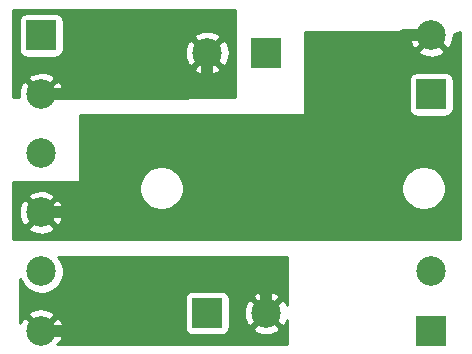
<source format=gbl>
%TF.GenerationSoftware,KiCad,Pcbnew,5.1.9*%
%TF.CreationDate,2021-02-07T15:24:09+01:00*%
%TF.ProjectId,detector_wiring,64657465-6374-46f7-925f-776972696e67,rev?*%
%TF.SameCoordinates,Original*%
%TF.FileFunction,Copper,L2,Bot*%
%TF.FilePolarity,Positive*%
%FSLAX46Y46*%
G04 Gerber Fmt 4.6, Leading zero omitted, Abs format (unit mm)*
G04 Created by KiCad (PCBNEW 5.1.9) date 2021-02-07 15:24:09*
%MOMM*%
%LPD*%
G01*
G04 APERTURE LIST*
%TA.AperFunction,ComponentPad*%
%ADD10C,2.500000*%
%TD*%
%TA.AperFunction,ComponentPad*%
%ADD11R,2.500000X2.500000*%
%TD*%
%TA.AperFunction,Conductor*%
%ADD12C,1.000000*%
%TD*%
%TA.AperFunction,Conductor*%
%ADD13C,0.254000*%
%TD*%
%TA.AperFunction,Conductor*%
%ADD14C,0.100000*%
%TD*%
G04 APERTURE END LIST*
D10*
%TO.P,J5,2*%
%TO.N,/TempSensorA*%
X130810000Y-103910000D03*
D11*
%TO.P,J5,1*%
%TO.N,/TempSensorB*%
X125810000Y-103910000D03*
%TD*%
D10*
%TO.P,J4,2*%
%TO.N,/FuseOutput*%
X144780000Y-100410000D03*
D11*
%TO.P,J4,1*%
%TO.N,/FuseInput*%
X144780000Y-105410000D03*
%TD*%
D10*
%TO.P,J3,2*%
%TO.N,/DetectorCommon*%
X144780000Y-80410000D03*
D11*
%TO.P,J3,1*%
%TO.N,/FuseOutput*%
X144780000Y-85410000D03*
%TD*%
D10*
%TO.P,J2,2*%
%TO.N,/LightGND*%
X125810000Y-81910000D03*
D11*
%TO.P,J2,1*%
%TO.N,/Light+*%
X130810000Y-81910000D03*
%TD*%
D10*
%TO.P,J1,6*%
%TO.N,/TempSensorA*%
X111760000Y-105410000D03*
%TO.P,J1,5*%
%TO.N,/TempSensorB*%
X111760000Y-100410000D03*
%TO.P,J1,4*%
%TO.N,/DetectorCommon*%
X111760000Y-95410000D03*
%TO.P,J1,3*%
%TO.N,/FuseInput*%
X111760000Y-90410000D03*
%TO.P,J1,2*%
%TO.N,/LightGND*%
X111760000Y-85410000D03*
D11*
%TO.P,J1,1*%
%TO.N,/Light+*%
X111760000Y-80410000D03*
%TD*%
D12*
%TO.N,/TempSensorA*%
X111760000Y-105410000D02*
X114935000Y-105410000D01*
X114935000Y-105410000D02*
X120015000Y-100330000D01*
X120015000Y-100330000D02*
X128905000Y-100330000D01*
X130810000Y-102235000D02*
X130810000Y-103910000D01*
X128905000Y-100330000D02*
X130810000Y-102235000D01*
%TO.N,/DetectorCommon*%
X111760000Y-95410000D02*
X114775000Y-95410000D01*
X114775000Y-95410000D02*
X117475000Y-92710000D01*
X117475000Y-92710000D02*
X117475000Y-90170000D01*
X117475000Y-90170000D02*
X119380000Y-88265000D01*
X119380000Y-88265000D02*
X138430000Y-88265000D01*
X138430000Y-88265000D02*
X140335000Y-86360000D01*
X140335000Y-86360000D02*
X140335000Y-82550000D01*
X142475000Y-80410000D02*
X144780000Y-80410000D01*
X140335000Y-82550000D02*
X142475000Y-80410000D01*
%TO.N,/LightGND*%
X111760000Y-85410000D02*
X124140000Y-85410000D01*
X125810000Y-83740000D02*
X125810000Y-81910000D01*
X124140000Y-85410000D02*
X125810000Y-83740000D01*
%TD*%
D13*
%TO.N,/LightGND*%
X128143000Y-85598000D02*
X113636428Y-85598000D01*
X113653389Y-85357294D01*
X113606725Y-84988925D01*
X113489094Y-84636738D01*
X113363577Y-84401914D01*
X113073605Y-84276000D01*
X111939605Y-85410000D01*
X111953748Y-85424143D01*
X111779890Y-85598000D01*
X111768395Y-85598000D01*
X111760000Y-85589605D01*
X111751605Y-85598000D01*
X111740110Y-85598000D01*
X111566253Y-85424143D01*
X111580395Y-85410000D01*
X110446395Y-84276000D01*
X110156423Y-84401914D01*
X109990567Y-84734126D01*
X109892710Y-85092312D01*
X109866611Y-85462706D01*
X109883750Y-85598000D01*
X109347000Y-85598000D01*
X109347000Y-84096395D01*
X110626000Y-84096395D01*
X111760000Y-85230395D01*
X112894000Y-84096395D01*
X112768086Y-83806423D01*
X112435874Y-83640567D01*
X112077688Y-83542710D01*
X111707294Y-83516611D01*
X111338925Y-83563275D01*
X110986738Y-83680906D01*
X110751914Y-83806423D01*
X110626000Y-84096395D01*
X109347000Y-84096395D01*
X109347000Y-83223605D01*
X124676000Y-83223605D01*
X124801914Y-83513577D01*
X125134126Y-83679433D01*
X125492312Y-83777290D01*
X125862706Y-83803389D01*
X126231075Y-83756725D01*
X126583262Y-83639094D01*
X126818086Y-83513577D01*
X126944000Y-83223605D01*
X125810000Y-82089605D01*
X124676000Y-83223605D01*
X109347000Y-83223605D01*
X109347000Y-79160000D01*
X109871928Y-79160000D01*
X109871928Y-81660000D01*
X109884188Y-81784482D01*
X109920498Y-81904180D01*
X109979463Y-82014494D01*
X110058815Y-82111185D01*
X110155506Y-82190537D01*
X110265820Y-82249502D01*
X110385518Y-82285812D01*
X110510000Y-82298072D01*
X113010000Y-82298072D01*
X113134482Y-82285812D01*
X113254180Y-82249502D01*
X113364494Y-82190537D01*
X113461185Y-82111185D01*
X113540537Y-82014494D01*
X113568218Y-81962706D01*
X123916611Y-81962706D01*
X123963275Y-82331075D01*
X124080906Y-82683262D01*
X124206423Y-82918086D01*
X124496395Y-83044000D01*
X125630395Y-81910000D01*
X125989605Y-81910000D01*
X127123605Y-83044000D01*
X127413577Y-82918086D01*
X127579433Y-82585874D01*
X127677290Y-82227688D01*
X127703389Y-81857294D01*
X127656725Y-81488925D01*
X127539094Y-81136738D01*
X127413577Y-80901914D01*
X127123605Y-80776000D01*
X125989605Y-81910000D01*
X125630395Y-81910000D01*
X124496395Y-80776000D01*
X124206423Y-80901914D01*
X124040567Y-81234126D01*
X123942710Y-81592312D01*
X123916611Y-81962706D01*
X113568218Y-81962706D01*
X113599502Y-81904180D01*
X113635812Y-81784482D01*
X113648072Y-81660000D01*
X113648072Y-80596395D01*
X124676000Y-80596395D01*
X125810000Y-81730395D01*
X126944000Y-80596395D01*
X126818086Y-80306423D01*
X126485874Y-80140567D01*
X126127688Y-80042710D01*
X125757294Y-80016611D01*
X125388925Y-80063275D01*
X125036738Y-80180906D01*
X124801914Y-80306423D01*
X124676000Y-80596395D01*
X113648072Y-80596395D01*
X113648072Y-79160000D01*
X113635812Y-79035518D01*
X113599502Y-78915820D01*
X113540537Y-78805506D01*
X113461185Y-78708815D01*
X113364494Y-78629463D01*
X113254180Y-78570498D01*
X113134482Y-78534188D01*
X113010000Y-78521928D01*
X110510000Y-78521928D01*
X110385518Y-78534188D01*
X110265820Y-78570498D01*
X110155506Y-78629463D01*
X110058815Y-78708815D01*
X109979463Y-78805506D01*
X109920498Y-78915820D01*
X109884188Y-79035518D01*
X109871928Y-79160000D01*
X109347000Y-79160000D01*
X109347000Y-78232000D01*
X128143000Y-78232000D01*
X128143000Y-85598000D01*
%TA.AperFunction,Conductor*%
D14*
G36*
X128143000Y-85598000D02*
G01*
X113636428Y-85598000D01*
X113653389Y-85357294D01*
X113606725Y-84988925D01*
X113489094Y-84636738D01*
X113363577Y-84401914D01*
X113073605Y-84276000D01*
X111939605Y-85410000D01*
X111953748Y-85424143D01*
X111779890Y-85598000D01*
X111768395Y-85598000D01*
X111760000Y-85589605D01*
X111751605Y-85598000D01*
X111740110Y-85598000D01*
X111566253Y-85424143D01*
X111580395Y-85410000D01*
X110446395Y-84276000D01*
X110156423Y-84401914D01*
X109990567Y-84734126D01*
X109892710Y-85092312D01*
X109866611Y-85462706D01*
X109883750Y-85598000D01*
X109347000Y-85598000D01*
X109347000Y-84096395D01*
X110626000Y-84096395D01*
X111760000Y-85230395D01*
X112894000Y-84096395D01*
X112768086Y-83806423D01*
X112435874Y-83640567D01*
X112077688Y-83542710D01*
X111707294Y-83516611D01*
X111338925Y-83563275D01*
X110986738Y-83680906D01*
X110751914Y-83806423D01*
X110626000Y-84096395D01*
X109347000Y-84096395D01*
X109347000Y-83223605D01*
X124676000Y-83223605D01*
X124801914Y-83513577D01*
X125134126Y-83679433D01*
X125492312Y-83777290D01*
X125862706Y-83803389D01*
X126231075Y-83756725D01*
X126583262Y-83639094D01*
X126818086Y-83513577D01*
X126944000Y-83223605D01*
X125810000Y-82089605D01*
X124676000Y-83223605D01*
X109347000Y-83223605D01*
X109347000Y-79160000D01*
X109871928Y-79160000D01*
X109871928Y-81660000D01*
X109884188Y-81784482D01*
X109920498Y-81904180D01*
X109979463Y-82014494D01*
X110058815Y-82111185D01*
X110155506Y-82190537D01*
X110265820Y-82249502D01*
X110385518Y-82285812D01*
X110510000Y-82298072D01*
X113010000Y-82298072D01*
X113134482Y-82285812D01*
X113254180Y-82249502D01*
X113364494Y-82190537D01*
X113461185Y-82111185D01*
X113540537Y-82014494D01*
X113568218Y-81962706D01*
X123916611Y-81962706D01*
X123963275Y-82331075D01*
X124080906Y-82683262D01*
X124206423Y-82918086D01*
X124496395Y-83044000D01*
X125630395Y-81910000D01*
X125989605Y-81910000D01*
X127123605Y-83044000D01*
X127413577Y-82918086D01*
X127579433Y-82585874D01*
X127677290Y-82227688D01*
X127703389Y-81857294D01*
X127656725Y-81488925D01*
X127539094Y-81136738D01*
X127413577Y-80901914D01*
X127123605Y-80776000D01*
X125989605Y-81910000D01*
X125630395Y-81910000D01*
X124496395Y-80776000D01*
X124206423Y-80901914D01*
X124040567Y-81234126D01*
X123942710Y-81592312D01*
X123916611Y-81962706D01*
X113568218Y-81962706D01*
X113599502Y-81904180D01*
X113635812Y-81784482D01*
X113648072Y-81660000D01*
X113648072Y-80596395D01*
X124676000Y-80596395D01*
X125810000Y-81730395D01*
X126944000Y-80596395D01*
X126818086Y-80306423D01*
X126485874Y-80140567D01*
X126127688Y-80042710D01*
X125757294Y-80016611D01*
X125388925Y-80063275D01*
X125036738Y-80180906D01*
X124801914Y-80306423D01*
X124676000Y-80596395D01*
X113648072Y-80596395D01*
X113648072Y-79160000D01*
X113635812Y-79035518D01*
X113599502Y-78915820D01*
X113540537Y-78805506D01*
X113461185Y-78708815D01*
X113364494Y-78629463D01*
X113254180Y-78570498D01*
X113134482Y-78534188D01*
X113010000Y-78521928D01*
X110510000Y-78521928D01*
X110385518Y-78534188D01*
X110265820Y-78570498D01*
X110155506Y-78629463D01*
X110058815Y-78708815D01*
X109979463Y-78805506D01*
X109920498Y-78915820D01*
X109884188Y-79035518D01*
X109871928Y-79160000D01*
X109347000Y-79160000D01*
X109347000Y-78232000D01*
X128143000Y-78232000D01*
X128143000Y-85598000D01*
G37*
%TD.AperFunction*%
%TD*%
D13*
%TO.N,/DetectorCommon*%
X142886611Y-80462706D02*
X142933275Y-80831075D01*
X143050906Y-81183262D01*
X143176423Y-81418086D01*
X143466395Y-81544000D01*
X144408937Y-80601458D01*
X144648410Y-80721195D01*
X143646000Y-81723605D01*
X143771914Y-82013577D01*
X144104126Y-82179433D01*
X144462312Y-82277290D01*
X144832706Y-82303389D01*
X145201075Y-82256725D01*
X145553262Y-82139094D01*
X145788086Y-82013577D01*
X145914000Y-81723605D01*
X144929043Y-80738648D01*
X145216411Y-80666806D01*
X146093605Y-81544000D01*
X146383577Y-81418086D01*
X146549433Y-81085874D01*
X146647290Y-80727688D01*
X146673389Y-80357294D01*
X146666668Y-80304242D01*
X147193000Y-80172659D01*
X147193000Y-97663000D01*
X109347000Y-97663000D01*
X109347000Y-96723605D01*
X110626000Y-96723605D01*
X110751914Y-97013577D01*
X111084126Y-97179433D01*
X111442312Y-97277290D01*
X111812706Y-97303389D01*
X112181075Y-97256725D01*
X112533262Y-97139094D01*
X112768086Y-97013577D01*
X112894000Y-96723605D01*
X111760000Y-95589605D01*
X110626000Y-96723605D01*
X109347000Y-96723605D01*
X109347000Y-95462706D01*
X109866611Y-95462706D01*
X109913275Y-95831075D01*
X110030906Y-96183262D01*
X110156423Y-96418086D01*
X110446395Y-96544000D01*
X111580395Y-95410000D01*
X111939605Y-95410000D01*
X113073605Y-96544000D01*
X113363577Y-96418086D01*
X113529433Y-96085874D01*
X113627290Y-95727688D01*
X113653389Y-95357294D01*
X113606725Y-94988925D01*
X113489094Y-94636738D01*
X113363577Y-94401914D01*
X113073605Y-94276000D01*
X111939605Y-95410000D01*
X111580395Y-95410000D01*
X110446395Y-94276000D01*
X110156423Y-94401914D01*
X109990567Y-94734126D01*
X109892710Y-95092312D01*
X109866611Y-95462706D01*
X109347000Y-95462706D01*
X109347000Y-94096395D01*
X110626000Y-94096395D01*
X111760000Y-95230395D01*
X112894000Y-94096395D01*
X112768086Y-93806423D01*
X112435874Y-93640567D01*
X112077688Y-93542710D01*
X111707294Y-93516611D01*
X111338925Y-93563275D01*
X110986738Y-93680906D01*
X110751914Y-93806423D01*
X110626000Y-94096395D01*
X109347000Y-94096395D01*
X109347000Y-93159344D01*
X120035000Y-93159344D01*
X120035000Y-93530656D01*
X120107439Y-93894834D01*
X120249534Y-94237882D01*
X120455825Y-94546618D01*
X120718382Y-94809175D01*
X121027118Y-95015466D01*
X121370166Y-95157561D01*
X121734344Y-95230000D01*
X122105656Y-95230000D01*
X122469834Y-95157561D01*
X122812882Y-95015466D01*
X123121618Y-94809175D01*
X123384175Y-94546618D01*
X123590466Y-94237882D01*
X123732561Y-93894834D01*
X123805000Y-93530656D01*
X123805000Y-93159344D01*
X142260000Y-93159344D01*
X142260000Y-93530656D01*
X142332439Y-93894834D01*
X142474534Y-94237882D01*
X142680825Y-94546618D01*
X142943382Y-94809175D01*
X143252118Y-95015466D01*
X143595166Y-95157561D01*
X143959344Y-95230000D01*
X144330656Y-95230000D01*
X144694834Y-95157561D01*
X145037882Y-95015466D01*
X145346618Y-94809175D01*
X145609175Y-94546618D01*
X145815466Y-94237882D01*
X145957561Y-93894834D01*
X146030000Y-93530656D01*
X146030000Y-93159344D01*
X145957561Y-92795166D01*
X145815466Y-92452118D01*
X145609175Y-92143382D01*
X145346618Y-91880825D01*
X145037882Y-91674534D01*
X144694834Y-91532439D01*
X144330656Y-91460000D01*
X143959344Y-91460000D01*
X143595166Y-91532439D01*
X143252118Y-91674534D01*
X142943382Y-91880825D01*
X142680825Y-92143382D01*
X142474534Y-92452118D01*
X142332439Y-92795166D01*
X142260000Y-93159344D01*
X123805000Y-93159344D01*
X123732561Y-92795166D01*
X123590466Y-92452118D01*
X123384175Y-92143382D01*
X123121618Y-91880825D01*
X122812882Y-91674534D01*
X122469834Y-91532439D01*
X122105656Y-91460000D01*
X121734344Y-91460000D01*
X121370166Y-91532439D01*
X121027118Y-91674534D01*
X120718382Y-91880825D01*
X120455825Y-92143382D01*
X120249534Y-92452118D01*
X120107439Y-92795166D01*
X120035000Y-93159344D01*
X109347000Y-93159344D01*
X109347000Y-92837000D01*
X114935000Y-92837000D01*
X114959776Y-92834560D01*
X114983601Y-92827333D01*
X115005557Y-92815597D01*
X115024803Y-92799803D01*
X115040597Y-92780557D01*
X115052333Y-92758601D01*
X115059560Y-92734776D01*
X115062000Y-92710000D01*
X115062000Y-87122000D01*
X133985000Y-87122000D01*
X134009776Y-87119560D01*
X134033601Y-87112333D01*
X134055557Y-87100597D01*
X134074803Y-87084803D01*
X134090597Y-87065557D01*
X134102333Y-87043601D01*
X134109560Y-87019776D01*
X134112000Y-86995000D01*
X134112000Y-84160000D01*
X142891928Y-84160000D01*
X142891928Y-86660000D01*
X142904188Y-86784482D01*
X142940498Y-86904180D01*
X142999463Y-87014494D01*
X143078815Y-87111185D01*
X143175506Y-87190537D01*
X143285820Y-87249502D01*
X143405518Y-87285812D01*
X143530000Y-87298072D01*
X146030000Y-87298072D01*
X146154482Y-87285812D01*
X146274180Y-87249502D01*
X146384494Y-87190537D01*
X146481185Y-87111185D01*
X146560537Y-87014494D01*
X146619502Y-86904180D01*
X146655812Y-86784482D01*
X146668072Y-86660000D01*
X146668072Y-84160000D01*
X146655812Y-84035518D01*
X146619502Y-83915820D01*
X146560537Y-83805506D01*
X146481185Y-83708815D01*
X146384494Y-83629463D01*
X146274180Y-83570498D01*
X146154482Y-83534188D01*
X146030000Y-83521928D01*
X143530000Y-83521928D01*
X143405518Y-83534188D01*
X143285820Y-83570498D01*
X143175506Y-83629463D01*
X143078815Y-83708815D01*
X142999463Y-83805506D01*
X142940498Y-83915820D01*
X142904188Y-84035518D01*
X142891928Y-84160000D01*
X134112000Y-84160000D01*
X134112000Y-80137000D01*
X142909561Y-80137000D01*
X142886611Y-80462706D01*
%TA.AperFunction,Conductor*%
D14*
G36*
X142886611Y-80462706D02*
G01*
X142933275Y-80831075D01*
X143050906Y-81183262D01*
X143176423Y-81418086D01*
X143466395Y-81544000D01*
X144408937Y-80601458D01*
X144648410Y-80721195D01*
X143646000Y-81723605D01*
X143771914Y-82013577D01*
X144104126Y-82179433D01*
X144462312Y-82277290D01*
X144832706Y-82303389D01*
X145201075Y-82256725D01*
X145553262Y-82139094D01*
X145788086Y-82013577D01*
X145914000Y-81723605D01*
X144929043Y-80738648D01*
X145216411Y-80666806D01*
X146093605Y-81544000D01*
X146383577Y-81418086D01*
X146549433Y-81085874D01*
X146647290Y-80727688D01*
X146673389Y-80357294D01*
X146666668Y-80304242D01*
X147193000Y-80172659D01*
X147193000Y-97663000D01*
X109347000Y-97663000D01*
X109347000Y-96723605D01*
X110626000Y-96723605D01*
X110751914Y-97013577D01*
X111084126Y-97179433D01*
X111442312Y-97277290D01*
X111812706Y-97303389D01*
X112181075Y-97256725D01*
X112533262Y-97139094D01*
X112768086Y-97013577D01*
X112894000Y-96723605D01*
X111760000Y-95589605D01*
X110626000Y-96723605D01*
X109347000Y-96723605D01*
X109347000Y-95462706D01*
X109866611Y-95462706D01*
X109913275Y-95831075D01*
X110030906Y-96183262D01*
X110156423Y-96418086D01*
X110446395Y-96544000D01*
X111580395Y-95410000D01*
X111939605Y-95410000D01*
X113073605Y-96544000D01*
X113363577Y-96418086D01*
X113529433Y-96085874D01*
X113627290Y-95727688D01*
X113653389Y-95357294D01*
X113606725Y-94988925D01*
X113489094Y-94636738D01*
X113363577Y-94401914D01*
X113073605Y-94276000D01*
X111939605Y-95410000D01*
X111580395Y-95410000D01*
X110446395Y-94276000D01*
X110156423Y-94401914D01*
X109990567Y-94734126D01*
X109892710Y-95092312D01*
X109866611Y-95462706D01*
X109347000Y-95462706D01*
X109347000Y-94096395D01*
X110626000Y-94096395D01*
X111760000Y-95230395D01*
X112894000Y-94096395D01*
X112768086Y-93806423D01*
X112435874Y-93640567D01*
X112077688Y-93542710D01*
X111707294Y-93516611D01*
X111338925Y-93563275D01*
X110986738Y-93680906D01*
X110751914Y-93806423D01*
X110626000Y-94096395D01*
X109347000Y-94096395D01*
X109347000Y-93159344D01*
X120035000Y-93159344D01*
X120035000Y-93530656D01*
X120107439Y-93894834D01*
X120249534Y-94237882D01*
X120455825Y-94546618D01*
X120718382Y-94809175D01*
X121027118Y-95015466D01*
X121370166Y-95157561D01*
X121734344Y-95230000D01*
X122105656Y-95230000D01*
X122469834Y-95157561D01*
X122812882Y-95015466D01*
X123121618Y-94809175D01*
X123384175Y-94546618D01*
X123590466Y-94237882D01*
X123732561Y-93894834D01*
X123805000Y-93530656D01*
X123805000Y-93159344D01*
X142260000Y-93159344D01*
X142260000Y-93530656D01*
X142332439Y-93894834D01*
X142474534Y-94237882D01*
X142680825Y-94546618D01*
X142943382Y-94809175D01*
X143252118Y-95015466D01*
X143595166Y-95157561D01*
X143959344Y-95230000D01*
X144330656Y-95230000D01*
X144694834Y-95157561D01*
X145037882Y-95015466D01*
X145346618Y-94809175D01*
X145609175Y-94546618D01*
X145815466Y-94237882D01*
X145957561Y-93894834D01*
X146030000Y-93530656D01*
X146030000Y-93159344D01*
X145957561Y-92795166D01*
X145815466Y-92452118D01*
X145609175Y-92143382D01*
X145346618Y-91880825D01*
X145037882Y-91674534D01*
X144694834Y-91532439D01*
X144330656Y-91460000D01*
X143959344Y-91460000D01*
X143595166Y-91532439D01*
X143252118Y-91674534D01*
X142943382Y-91880825D01*
X142680825Y-92143382D01*
X142474534Y-92452118D01*
X142332439Y-92795166D01*
X142260000Y-93159344D01*
X123805000Y-93159344D01*
X123732561Y-92795166D01*
X123590466Y-92452118D01*
X123384175Y-92143382D01*
X123121618Y-91880825D01*
X122812882Y-91674534D01*
X122469834Y-91532439D01*
X122105656Y-91460000D01*
X121734344Y-91460000D01*
X121370166Y-91532439D01*
X121027118Y-91674534D01*
X120718382Y-91880825D01*
X120455825Y-92143382D01*
X120249534Y-92452118D01*
X120107439Y-92795166D01*
X120035000Y-93159344D01*
X109347000Y-93159344D01*
X109347000Y-92837000D01*
X114935000Y-92837000D01*
X114959776Y-92834560D01*
X114983601Y-92827333D01*
X115005557Y-92815597D01*
X115024803Y-92799803D01*
X115040597Y-92780557D01*
X115052333Y-92758601D01*
X115059560Y-92734776D01*
X115062000Y-92710000D01*
X115062000Y-87122000D01*
X133985000Y-87122000D01*
X134009776Y-87119560D01*
X134033601Y-87112333D01*
X134055557Y-87100597D01*
X134074803Y-87084803D01*
X134090597Y-87065557D01*
X134102333Y-87043601D01*
X134109560Y-87019776D01*
X134112000Y-86995000D01*
X134112000Y-84160000D01*
X142891928Y-84160000D01*
X142891928Y-86660000D01*
X142904188Y-86784482D01*
X142940498Y-86904180D01*
X142999463Y-87014494D01*
X143078815Y-87111185D01*
X143175506Y-87190537D01*
X143285820Y-87249502D01*
X143405518Y-87285812D01*
X143530000Y-87298072D01*
X146030000Y-87298072D01*
X146154482Y-87285812D01*
X146274180Y-87249502D01*
X146384494Y-87190537D01*
X146481185Y-87111185D01*
X146560537Y-87014494D01*
X146619502Y-86904180D01*
X146655812Y-86784482D01*
X146668072Y-86660000D01*
X146668072Y-84160000D01*
X146655812Y-84035518D01*
X146619502Y-83915820D01*
X146560537Y-83805506D01*
X146481185Y-83708815D01*
X146384494Y-83629463D01*
X146274180Y-83570498D01*
X146154482Y-83534188D01*
X146030000Y-83521928D01*
X143530000Y-83521928D01*
X143405518Y-83534188D01*
X143285820Y-83570498D01*
X143175506Y-83629463D01*
X143078815Y-83708815D01*
X142999463Y-83805506D01*
X142940498Y-83915820D01*
X142904188Y-84035518D01*
X142891928Y-84160000D01*
X134112000Y-84160000D01*
X134112000Y-80137000D01*
X142909561Y-80137000D01*
X142886611Y-80462706D01*
G37*
%TD.AperFunction*%
%TD*%
D13*
%TO.N,/TempSensorA*%
X130699383Y-99818707D02*
X131015973Y-102034838D01*
X130757294Y-102016611D01*
X130388925Y-102063275D01*
X130036738Y-102180906D01*
X129801914Y-102306423D01*
X129676000Y-102596395D01*
X130810000Y-103730395D01*
X130824143Y-103716253D01*
X131003748Y-103895858D01*
X130989605Y-103910000D01*
X131003748Y-103924143D01*
X130824143Y-104103748D01*
X130810000Y-104089605D01*
X129676000Y-105223605D01*
X129801914Y-105513577D01*
X130134126Y-105679433D01*
X130492312Y-105777290D01*
X130862706Y-105803389D01*
X131231075Y-105756725D01*
X131583262Y-105639094D01*
X131776414Y-105535851D01*
X131903797Y-105918000D01*
X113575296Y-105918000D01*
X113627290Y-105727688D01*
X113653389Y-105357294D01*
X113606725Y-104988925D01*
X113489094Y-104636738D01*
X113363577Y-104401914D01*
X113073605Y-104276000D01*
X111939605Y-105410000D01*
X111953748Y-105424143D01*
X111774143Y-105603748D01*
X111760000Y-105589605D01*
X111745858Y-105603748D01*
X111566253Y-105424143D01*
X111580395Y-105410000D01*
X110446395Y-104276000D01*
X110156423Y-104401914D01*
X109990567Y-104734126D01*
X109982000Y-104765484D01*
X109982000Y-104096395D01*
X110626000Y-104096395D01*
X111760000Y-105230395D01*
X112894000Y-104096395D01*
X112768086Y-103806423D01*
X112435874Y-103640567D01*
X112077688Y-103542710D01*
X111707294Y-103516611D01*
X111338925Y-103563275D01*
X110986738Y-103680906D01*
X110751914Y-103806423D01*
X110626000Y-104096395D01*
X109982000Y-104096395D01*
X109982000Y-102660000D01*
X123921928Y-102660000D01*
X123921928Y-105160000D01*
X123934188Y-105284482D01*
X123970498Y-105404180D01*
X124029463Y-105514494D01*
X124108815Y-105611185D01*
X124205506Y-105690537D01*
X124315820Y-105749502D01*
X124435518Y-105785812D01*
X124560000Y-105798072D01*
X127060000Y-105798072D01*
X127184482Y-105785812D01*
X127304180Y-105749502D01*
X127414494Y-105690537D01*
X127511185Y-105611185D01*
X127590537Y-105514494D01*
X127649502Y-105404180D01*
X127685812Y-105284482D01*
X127698072Y-105160000D01*
X127698072Y-103962706D01*
X128916611Y-103962706D01*
X128963275Y-104331075D01*
X129080906Y-104683262D01*
X129206423Y-104918086D01*
X129496395Y-105044000D01*
X130630395Y-103910000D01*
X129496395Y-102776000D01*
X129206423Y-102901914D01*
X129040567Y-103234126D01*
X128942710Y-103592312D01*
X128916611Y-103962706D01*
X127698072Y-103962706D01*
X127698072Y-102660000D01*
X127685812Y-102535518D01*
X127649502Y-102415820D01*
X127590537Y-102305506D01*
X127511185Y-102208815D01*
X127414494Y-102129463D01*
X127304180Y-102070498D01*
X127184482Y-102034188D01*
X127060000Y-102021928D01*
X124560000Y-102021928D01*
X124435518Y-102034188D01*
X124315820Y-102070498D01*
X124205506Y-102129463D01*
X124108815Y-102208815D01*
X124029463Y-102305506D01*
X123970498Y-102415820D01*
X123934188Y-102535518D01*
X123921928Y-102660000D01*
X109982000Y-102660000D01*
X109982000Y-101043272D01*
X110089534Y-101302882D01*
X110295825Y-101611618D01*
X110558382Y-101874175D01*
X110867118Y-102080466D01*
X111210166Y-102222561D01*
X111574344Y-102295000D01*
X111945656Y-102295000D01*
X112309834Y-102222561D01*
X112652882Y-102080466D01*
X112961618Y-101874175D01*
X113224175Y-101611618D01*
X113430466Y-101302882D01*
X113572561Y-100959834D01*
X113645000Y-100595656D01*
X113645000Y-100224344D01*
X113572561Y-99860166D01*
X113430466Y-99517118D01*
X113279261Y-99290824D01*
X130699383Y-99818707D01*
%TA.AperFunction,Conductor*%
D14*
G36*
X130699383Y-99818707D02*
G01*
X131015973Y-102034838D01*
X130757294Y-102016611D01*
X130388925Y-102063275D01*
X130036738Y-102180906D01*
X129801914Y-102306423D01*
X129676000Y-102596395D01*
X130810000Y-103730395D01*
X130824143Y-103716253D01*
X131003748Y-103895858D01*
X130989605Y-103910000D01*
X131003748Y-103924143D01*
X130824143Y-104103748D01*
X130810000Y-104089605D01*
X129676000Y-105223605D01*
X129801914Y-105513577D01*
X130134126Y-105679433D01*
X130492312Y-105777290D01*
X130862706Y-105803389D01*
X131231075Y-105756725D01*
X131583262Y-105639094D01*
X131776414Y-105535851D01*
X131903797Y-105918000D01*
X113575296Y-105918000D01*
X113627290Y-105727688D01*
X113653389Y-105357294D01*
X113606725Y-104988925D01*
X113489094Y-104636738D01*
X113363577Y-104401914D01*
X113073605Y-104276000D01*
X111939605Y-105410000D01*
X111953748Y-105424143D01*
X111774143Y-105603748D01*
X111760000Y-105589605D01*
X111745858Y-105603748D01*
X111566253Y-105424143D01*
X111580395Y-105410000D01*
X110446395Y-104276000D01*
X110156423Y-104401914D01*
X109990567Y-104734126D01*
X109982000Y-104765484D01*
X109982000Y-104096395D01*
X110626000Y-104096395D01*
X111760000Y-105230395D01*
X112894000Y-104096395D01*
X112768086Y-103806423D01*
X112435874Y-103640567D01*
X112077688Y-103542710D01*
X111707294Y-103516611D01*
X111338925Y-103563275D01*
X110986738Y-103680906D01*
X110751914Y-103806423D01*
X110626000Y-104096395D01*
X109982000Y-104096395D01*
X109982000Y-102660000D01*
X123921928Y-102660000D01*
X123921928Y-105160000D01*
X123934188Y-105284482D01*
X123970498Y-105404180D01*
X124029463Y-105514494D01*
X124108815Y-105611185D01*
X124205506Y-105690537D01*
X124315820Y-105749502D01*
X124435518Y-105785812D01*
X124560000Y-105798072D01*
X127060000Y-105798072D01*
X127184482Y-105785812D01*
X127304180Y-105749502D01*
X127414494Y-105690537D01*
X127511185Y-105611185D01*
X127590537Y-105514494D01*
X127649502Y-105404180D01*
X127685812Y-105284482D01*
X127698072Y-105160000D01*
X127698072Y-103962706D01*
X128916611Y-103962706D01*
X128963275Y-104331075D01*
X129080906Y-104683262D01*
X129206423Y-104918086D01*
X129496395Y-105044000D01*
X130630395Y-103910000D01*
X129496395Y-102776000D01*
X129206423Y-102901914D01*
X129040567Y-103234126D01*
X128942710Y-103592312D01*
X128916611Y-103962706D01*
X127698072Y-103962706D01*
X127698072Y-102660000D01*
X127685812Y-102535518D01*
X127649502Y-102415820D01*
X127590537Y-102305506D01*
X127511185Y-102208815D01*
X127414494Y-102129463D01*
X127304180Y-102070498D01*
X127184482Y-102034188D01*
X127060000Y-102021928D01*
X124560000Y-102021928D01*
X124435518Y-102034188D01*
X124315820Y-102070498D01*
X124205506Y-102129463D01*
X124108815Y-102208815D01*
X124029463Y-102305506D01*
X123970498Y-102415820D01*
X123934188Y-102535518D01*
X123921928Y-102660000D01*
X109982000Y-102660000D01*
X109982000Y-101043272D01*
X110089534Y-101302882D01*
X110295825Y-101611618D01*
X110558382Y-101874175D01*
X110867118Y-102080466D01*
X111210166Y-102222561D01*
X111574344Y-102295000D01*
X111945656Y-102295000D01*
X112309834Y-102222561D01*
X112652882Y-102080466D01*
X112961618Y-101874175D01*
X113224175Y-101611618D01*
X113430466Y-101302882D01*
X113572561Y-100959834D01*
X113645000Y-100595656D01*
X113645000Y-100224344D01*
X113572561Y-99860166D01*
X113430466Y-99517118D01*
X113279261Y-99290824D01*
X130699383Y-99818707D01*
G37*
%TD.AperFunction*%
%TD*%
D13*
%TO.N,/TempSensorA*%
X132588000Y-103283162D02*
X132539094Y-103136738D01*
X132413577Y-102901914D01*
X132123605Y-102776000D01*
X130989605Y-103910000D01*
X132123605Y-105044000D01*
X132413577Y-104918086D01*
X132579433Y-104585874D01*
X132588000Y-104554516D01*
X132588000Y-106553000D01*
X113082608Y-106553000D01*
X113073607Y-106543999D01*
X113363577Y-106418086D01*
X113529433Y-106085874D01*
X113627290Y-105727688D01*
X113653389Y-105357294D01*
X113606725Y-104988925D01*
X113489094Y-104636738D01*
X113363577Y-104401914D01*
X113073605Y-104276000D01*
X111939605Y-105410000D01*
X111953748Y-105424143D01*
X111774143Y-105603748D01*
X111760000Y-105589605D01*
X111745858Y-105603748D01*
X111566253Y-105424143D01*
X111580395Y-105410000D01*
X110446395Y-104276000D01*
X110223809Y-104372653D01*
X110377285Y-104096395D01*
X110626000Y-104096395D01*
X111760000Y-105230395D01*
X112894000Y-104096395D01*
X112768086Y-103806423D01*
X112435874Y-103640567D01*
X112077688Y-103542710D01*
X111707294Y-103516611D01*
X111338925Y-103563275D01*
X110986738Y-103680906D01*
X110751914Y-103806423D01*
X110626000Y-104096395D01*
X110377285Y-104096395D01*
X111175282Y-102660000D01*
X123921928Y-102660000D01*
X123921928Y-105160000D01*
X123934188Y-105284482D01*
X123970498Y-105404180D01*
X124029463Y-105514494D01*
X124108815Y-105611185D01*
X124205506Y-105690537D01*
X124315820Y-105749502D01*
X124435518Y-105785812D01*
X124560000Y-105798072D01*
X127060000Y-105798072D01*
X127184482Y-105785812D01*
X127304180Y-105749502D01*
X127414494Y-105690537D01*
X127511185Y-105611185D01*
X127590537Y-105514494D01*
X127649502Y-105404180D01*
X127685812Y-105284482D01*
X127691807Y-105223605D01*
X129676000Y-105223605D01*
X129801914Y-105513577D01*
X130134126Y-105679433D01*
X130492312Y-105777290D01*
X130862706Y-105803389D01*
X131231075Y-105756725D01*
X131583262Y-105639094D01*
X131818086Y-105513577D01*
X131944000Y-105223605D01*
X130810000Y-104089605D01*
X129676000Y-105223605D01*
X127691807Y-105223605D01*
X127698072Y-105160000D01*
X127698072Y-103962706D01*
X128916611Y-103962706D01*
X128963275Y-104331075D01*
X129080906Y-104683262D01*
X129206423Y-104918086D01*
X129496395Y-105044000D01*
X130630395Y-103910000D01*
X129496395Y-102776000D01*
X129206423Y-102901914D01*
X129040567Y-103234126D01*
X128942710Y-103592312D01*
X128916611Y-103962706D01*
X127698072Y-103962706D01*
X127698072Y-102660000D01*
X127691808Y-102596395D01*
X129676000Y-102596395D01*
X130810000Y-103730395D01*
X131944000Y-102596395D01*
X131818086Y-102306423D01*
X131485874Y-102140567D01*
X131127688Y-102042710D01*
X130757294Y-102016611D01*
X130388925Y-102063275D01*
X130036738Y-102180906D01*
X129801914Y-102306423D01*
X129676000Y-102596395D01*
X127691808Y-102596395D01*
X127685812Y-102535518D01*
X127649502Y-102415820D01*
X127590537Y-102305506D01*
X127511185Y-102208815D01*
X127414494Y-102129463D01*
X127304180Y-102070498D01*
X127184482Y-102034188D01*
X127060000Y-102021928D01*
X124560000Y-102021928D01*
X124435518Y-102034188D01*
X124315820Y-102070498D01*
X124205506Y-102129463D01*
X124108815Y-102208815D01*
X124029463Y-102305506D01*
X123970498Y-102415820D01*
X123934188Y-102535518D01*
X123921928Y-102660000D01*
X111175282Y-102660000D01*
X111397593Y-102259842D01*
X111574344Y-102295000D01*
X111945656Y-102295000D01*
X112309834Y-102222561D01*
X112652882Y-102080466D01*
X112961618Y-101874175D01*
X113224175Y-101611618D01*
X113430466Y-101302882D01*
X113572561Y-100959834D01*
X113645000Y-100595656D01*
X113645000Y-100224344D01*
X113572561Y-99860166D01*
X113430466Y-99517118D01*
X113224175Y-99208382D01*
X113202793Y-99187000D01*
X132588000Y-99187000D01*
X132588000Y-103283162D01*
%TA.AperFunction,Conductor*%
D14*
G36*
X132588000Y-103283162D02*
G01*
X132539094Y-103136738D01*
X132413577Y-102901914D01*
X132123605Y-102776000D01*
X130989605Y-103910000D01*
X132123605Y-105044000D01*
X132413577Y-104918086D01*
X132579433Y-104585874D01*
X132588000Y-104554516D01*
X132588000Y-106553000D01*
X113082608Y-106553000D01*
X113073607Y-106543999D01*
X113363577Y-106418086D01*
X113529433Y-106085874D01*
X113627290Y-105727688D01*
X113653389Y-105357294D01*
X113606725Y-104988925D01*
X113489094Y-104636738D01*
X113363577Y-104401914D01*
X113073605Y-104276000D01*
X111939605Y-105410000D01*
X111953748Y-105424143D01*
X111774143Y-105603748D01*
X111760000Y-105589605D01*
X111745858Y-105603748D01*
X111566253Y-105424143D01*
X111580395Y-105410000D01*
X110446395Y-104276000D01*
X110223809Y-104372653D01*
X110377285Y-104096395D01*
X110626000Y-104096395D01*
X111760000Y-105230395D01*
X112894000Y-104096395D01*
X112768086Y-103806423D01*
X112435874Y-103640567D01*
X112077688Y-103542710D01*
X111707294Y-103516611D01*
X111338925Y-103563275D01*
X110986738Y-103680906D01*
X110751914Y-103806423D01*
X110626000Y-104096395D01*
X110377285Y-104096395D01*
X111175282Y-102660000D01*
X123921928Y-102660000D01*
X123921928Y-105160000D01*
X123934188Y-105284482D01*
X123970498Y-105404180D01*
X124029463Y-105514494D01*
X124108815Y-105611185D01*
X124205506Y-105690537D01*
X124315820Y-105749502D01*
X124435518Y-105785812D01*
X124560000Y-105798072D01*
X127060000Y-105798072D01*
X127184482Y-105785812D01*
X127304180Y-105749502D01*
X127414494Y-105690537D01*
X127511185Y-105611185D01*
X127590537Y-105514494D01*
X127649502Y-105404180D01*
X127685812Y-105284482D01*
X127691807Y-105223605D01*
X129676000Y-105223605D01*
X129801914Y-105513577D01*
X130134126Y-105679433D01*
X130492312Y-105777290D01*
X130862706Y-105803389D01*
X131231075Y-105756725D01*
X131583262Y-105639094D01*
X131818086Y-105513577D01*
X131944000Y-105223605D01*
X130810000Y-104089605D01*
X129676000Y-105223605D01*
X127691807Y-105223605D01*
X127698072Y-105160000D01*
X127698072Y-103962706D01*
X128916611Y-103962706D01*
X128963275Y-104331075D01*
X129080906Y-104683262D01*
X129206423Y-104918086D01*
X129496395Y-105044000D01*
X130630395Y-103910000D01*
X129496395Y-102776000D01*
X129206423Y-102901914D01*
X129040567Y-103234126D01*
X128942710Y-103592312D01*
X128916611Y-103962706D01*
X127698072Y-103962706D01*
X127698072Y-102660000D01*
X127691808Y-102596395D01*
X129676000Y-102596395D01*
X130810000Y-103730395D01*
X131944000Y-102596395D01*
X131818086Y-102306423D01*
X131485874Y-102140567D01*
X131127688Y-102042710D01*
X130757294Y-102016611D01*
X130388925Y-102063275D01*
X130036738Y-102180906D01*
X129801914Y-102306423D01*
X129676000Y-102596395D01*
X127691808Y-102596395D01*
X127685812Y-102535518D01*
X127649502Y-102415820D01*
X127590537Y-102305506D01*
X127511185Y-102208815D01*
X127414494Y-102129463D01*
X127304180Y-102070498D01*
X127184482Y-102034188D01*
X127060000Y-102021928D01*
X124560000Y-102021928D01*
X124435518Y-102034188D01*
X124315820Y-102070498D01*
X124205506Y-102129463D01*
X124108815Y-102208815D01*
X124029463Y-102305506D01*
X123970498Y-102415820D01*
X123934188Y-102535518D01*
X123921928Y-102660000D01*
X111175282Y-102660000D01*
X111397593Y-102259842D01*
X111574344Y-102295000D01*
X111945656Y-102295000D01*
X112309834Y-102222561D01*
X112652882Y-102080466D01*
X112961618Y-101874175D01*
X113224175Y-101611618D01*
X113430466Y-101302882D01*
X113572561Y-100959834D01*
X113645000Y-100595656D01*
X113645000Y-100224344D01*
X113572561Y-99860166D01*
X113430466Y-99517118D01*
X113224175Y-99208382D01*
X113202793Y-99187000D01*
X132588000Y-99187000D01*
X132588000Y-103283162D01*
G37*
%TD.AperFunction*%
%TD*%
M02*

</source>
